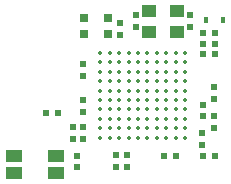
<source format=gbp>
%FSLAX24Y24*%
%MOIN*%
G70*
G01*
G75*
G04 Layer_Color=128*
%ADD10R,0.0197X0.0236*%
%ADD11R,0.0217X0.0236*%
%ADD12R,0.0394X0.0335*%
%ADD13R,0.0236X0.0335*%
%ADD14R,0.0236X0.0217*%
%ADD15R,0.0315X0.0295*%
%ADD16R,0.0335X0.0256*%
%ADD17R,0.0236X0.0197*%
%ADD18R,0.0709X0.0394*%
%ADD19R,0.0177X0.0177*%
G04:AMPARAMS|DCode=20|XSize=47.2mil|YSize=43.3mil|CornerRadius=0mil|HoleSize=0mil|Usage=FLASHONLY|Rotation=45.000|XOffset=0mil|YOffset=0mil|HoleType=Round|Shape=Rectangle|*
%AMROTATEDRECTD20*
4,1,4,-0.0014,-0.0320,-0.0320,-0.0014,0.0014,0.0320,0.0320,0.0014,-0.0014,-0.0320,0.0*
%
%ADD20ROTATEDRECTD20*%

%ADD21R,0.0256X0.0197*%
%ADD22R,0.0197X0.0256*%
%ADD23O,0.0256X0.0079*%
%ADD24O,0.0079X0.0256*%
%ADD25R,0.1850X0.1850*%
%ADD26R,0.0571X0.0217*%
%ADD27R,0.0571X0.0217*%
%ADD28R,0.2560X0.0400*%
%ADD29R,0.2960X0.0600*%
G04:AMPARAMS|DCode=30|XSize=19.7mil|YSize=23.6mil|CornerRadius=0mil|HoleSize=0mil|Usage=FLASHONLY|Rotation=225.000|XOffset=0mil|YOffset=0mil|HoleType=Round|Shape=Rectangle|*
%AMROTATEDRECTD30*
4,1,4,-0.0014,0.0153,0.0153,-0.0014,0.0014,-0.0153,-0.0153,0.0014,-0.0014,0.0153,0.0*
%
%ADD30ROTATEDRECTD30*%

%ADD31C,0.0394*%
%ADD32R,0.0157X0.0197*%
%ADD33C,0.0150*%
%ADD34C,0.0060*%
%ADD35C,0.0050*%
%ADD36C,0.0100*%
%ADD37C,0.0080*%
%ADD38C,0.0070*%
%ADD39C,0.0090*%
%ADD40C,0.0200*%
%ADD41R,0.0680X0.0410*%
%ADD42C,0.0390*%
%ADD43C,0.0197*%
%ADD44C,0.0118*%
%ADD45C,0.0591*%
%ADD46C,0.0709*%
%ADD47C,0.0240*%
%ADD48C,0.0138*%
%ADD49C,0.0310*%
%ADD50R,0.0551X0.0413*%
%ADD51R,0.0472X0.0433*%
%ADD52C,0.0098*%
%ADD53C,0.0039*%
%ADD54C,0.0079*%
%ADD55C,0.0059*%
%ADD56R,0.0257X0.0296*%
%ADD57R,0.0277X0.0296*%
%ADD58R,0.0454X0.0395*%
%ADD59R,0.0296X0.0395*%
%ADD60R,0.0296X0.0277*%
%ADD61R,0.0375X0.0355*%
%ADD62R,0.0395X0.0316*%
%ADD63R,0.0296X0.0257*%
%ADD64R,0.0769X0.0454*%
%ADD65R,0.0237X0.0237*%
G04:AMPARAMS|DCode=66|XSize=53.2mil|YSize=49.3mil|CornerRadius=0mil|HoleSize=0mil|Usage=FLASHONLY|Rotation=45.000|XOffset=0mil|YOffset=0mil|HoleType=Round|Shape=Rectangle|*
%AMROTATEDRECTD66*
4,1,4,-0.0014,-0.0363,-0.0363,-0.0014,0.0014,0.0363,0.0363,0.0014,-0.0014,-0.0363,0.0*
%
%ADD66ROTATEDRECTD66*%

%ADD67R,0.0316X0.0257*%
%ADD68R,0.0257X0.0316*%
%ADD69O,0.0316X0.0139*%
%ADD70O,0.0139X0.0316*%
%ADD71R,0.1910X0.1910*%
%ADD72R,0.0631X0.0277*%
%ADD73R,0.0631X0.0277*%
%ADD74R,0.2620X0.0460*%
%ADD75R,0.3020X0.0660*%
G04:AMPARAMS|DCode=76|XSize=25.7mil|YSize=29.6mil|CornerRadius=0mil|HoleSize=0mil|Usage=FLASHONLY|Rotation=225.000|XOffset=0mil|YOffset=0mil|HoleType=Round|Shape=Rectangle|*
%AMROTATEDRECTD76*
4,1,4,-0.0014,0.0196,0.0196,-0.0014,0.0014,-0.0196,-0.0196,0.0014,-0.0014,0.0196,0.0*
%
%ADD76ROTATEDRECTD76*%

%ADD77C,0.0787*%
%ADD78R,0.0217X0.0257*%
%ADD79C,0.0450*%
%ADD80C,0.0651*%
%ADD81C,0.0769*%
%ADD82C,0.0198*%
%ADD83C,0.0370*%
%ADD84R,0.0611X0.0473*%
%ADD85R,0.0532X0.0493*%
D10*
X6670Y5567D02*
D03*
Y5173D02*
D03*
X9030Y5423D02*
D03*
Y5817D02*
D03*
X7210Y5817D02*
D03*
Y5423D02*
D03*
X5450Y4187D02*
D03*
Y3793D02*
D03*
Y2603D02*
D03*
Y2997D02*
D03*
X9430Y1483D02*
D03*
Y1877D02*
D03*
D11*
X5100Y1703D02*
D03*
Y2097D02*
D03*
X5450Y1703D02*
D03*
Y2097D02*
D03*
X5260Y743D02*
D03*
Y1137D02*
D03*
X6560Y763D02*
D03*
Y1157D02*
D03*
X6920Y763D02*
D03*
Y1157D02*
D03*
X9800Y2053D02*
D03*
Y2447D02*
D03*
Y3033D02*
D03*
Y3427D02*
D03*
X9440Y2443D02*
D03*
Y2837D02*
D03*
D14*
X4223Y2570D02*
D03*
X4617D02*
D03*
X9453Y1110D02*
D03*
X9847D02*
D03*
X9443Y4510D02*
D03*
X9837D02*
D03*
X9443Y5210D02*
D03*
X9837D02*
D03*
D15*
X6270Y5736D02*
D03*
Y5204D02*
D03*
X5470Y5726D02*
D03*
Y5194D02*
D03*
D17*
X8153Y1140D02*
D03*
X8547D02*
D03*
X9837Y4860D02*
D03*
X9443D02*
D03*
D32*
X10116Y5660D02*
D03*
X9564D02*
D03*
D48*
X6023Y1733D02*
D03*
X6338D02*
D03*
X6653D02*
D03*
X6968D02*
D03*
X7283D02*
D03*
X7597D02*
D03*
X7912D02*
D03*
X8227D02*
D03*
X8542D02*
D03*
X8857D02*
D03*
X6023Y2048D02*
D03*
X6338D02*
D03*
X6653D02*
D03*
X6968D02*
D03*
X7283D02*
D03*
X7597D02*
D03*
X7912D02*
D03*
X8227D02*
D03*
X8542D02*
D03*
X8857D02*
D03*
X6023Y2363D02*
D03*
X6338D02*
D03*
X6653D02*
D03*
X6968D02*
D03*
X7283D02*
D03*
X7597D02*
D03*
X7912D02*
D03*
X8227D02*
D03*
X8542D02*
D03*
X8857D02*
D03*
X6023Y2678D02*
D03*
X6338D02*
D03*
X6653D02*
D03*
X6968D02*
D03*
X7283D02*
D03*
X7597D02*
D03*
X7912D02*
D03*
X8227D02*
D03*
X8542D02*
D03*
X8857D02*
D03*
X6023Y2993D02*
D03*
X6338D02*
D03*
X6653D02*
D03*
X6968D02*
D03*
X7283D02*
D03*
X7597D02*
D03*
X7912D02*
D03*
X8227D02*
D03*
X8542D02*
D03*
X8857D02*
D03*
X6023Y3307D02*
D03*
X6338D02*
D03*
X6653D02*
D03*
X6968D02*
D03*
X7283D02*
D03*
X7597D02*
D03*
X7912D02*
D03*
X8227D02*
D03*
X8542D02*
D03*
X8857D02*
D03*
X6023Y3622D02*
D03*
X6338D02*
D03*
X6653D02*
D03*
X6968D02*
D03*
X7283D02*
D03*
X7597D02*
D03*
X7912D02*
D03*
X8227D02*
D03*
X8542D02*
D03*
X8857D02*
D03*
X6023Y3937D02*
D03*
X6338D02*
D03*
X6653D02*
D03*
X6968D02*
D03*
X7283D02*
D03*
X7597D02*
D03*
X7912D02*
D03*
X8227D02*
D03*
X8542D02*
D03*
X8857D02*
D03*
X6023Y4252D02*
D03*
X6338D02*
D03*
X6653D02*
D03*
X6968D02*
D03*
X7283D02*
D03*
X7597D02*
D03*
X7912D02*
D03*
X8227D02*
D03*
X8542D02*
D03*
X8857D02*
D03*
X6023Y4567D02*
D03*
X6338D02*
D03*
X6653D02*
D03*
X6968D02*
D03*
X7283D02*
D03*
X7597D02*
D03*
X7912D02*
D03*
X8227D02*
D03*
X8542D02*
D03*
X8857D02*
D03*
D50*
X4559Y545D02*
D03*
Y1115D02*
D03*
X3141D02*
D03*
Y545D02*
D03*
D51*
X8590Y5971D02*
D03*
Y5269D02*
D03*
X7650Y5971D02*
D03*
Y5269D02*
D03*
M02*

</source>
